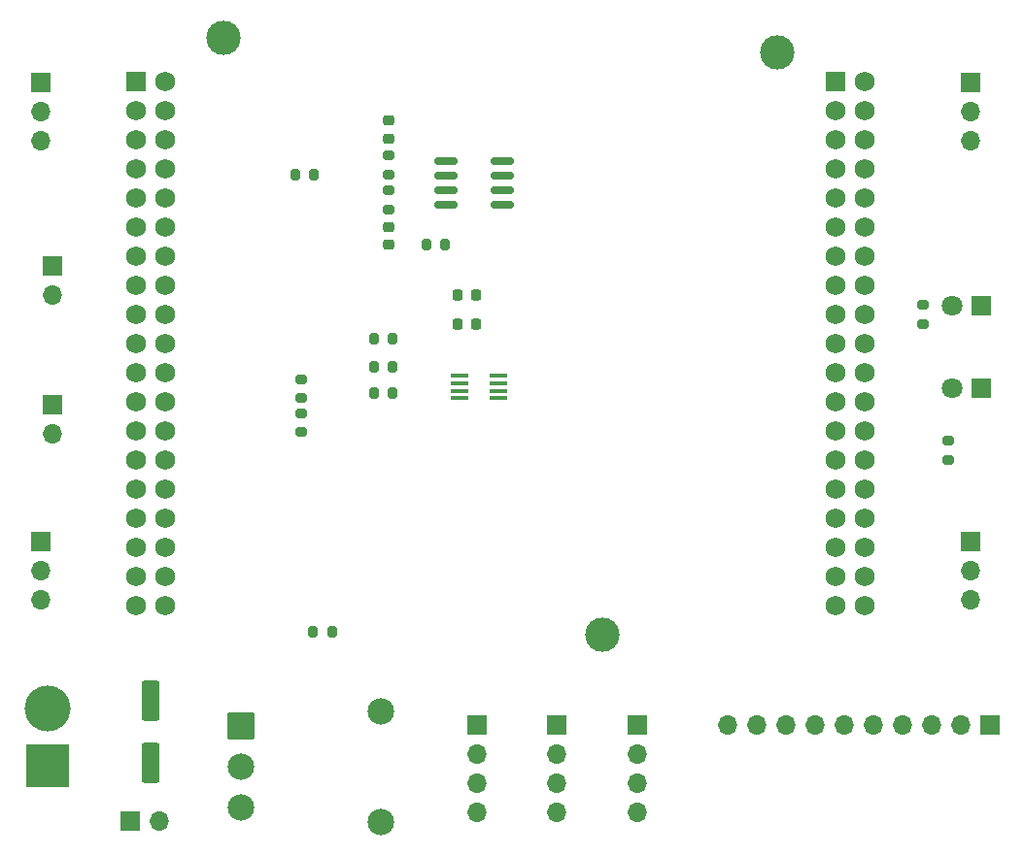
<source format=gbr>
%TF.GenerationSoftware,KiCad,Pcbnew,7.0.8*%
%TF.CreationDate,2023-10-27T12:44:36+09:00*%
%TF.ProjectId,doggedness_schemetic,646f6767-6564-46e6-9573-735f73636865,rev?*%
%TF.SameCoordinates,Original*%
%TF.FileFunction,Soldermask,Top*%
%TF.FilePolarity,Negative*%
%FSLAX46Y46*%
G04 Gerber Fmt 4.6, Leading zero omitted, Abs format (unit mm)*
G04 Created by KiCad (PCBNEW 7.0.8) date 2023-10-27 12:44:36*
%MOMM*%
%LPD*%
G01*
G04 APERTURE LIST*
G04 Aperture macros list*
%AMRoundRect*
0 Rectangle with rounded corners*
0 $1 Rounding radius*
0 $2 $3 $4 $5 $6 $7 $8 $9 X,Y pos of 4 corners*
0 Add a 4 corners polygon primitive as box body*
4,1,4,$2,$3,$4,$5,$6,$7,$8,$9,$2,$3,0*
0 Add four circle primitives for the rounded corners*
1,1,$1+$1,$2,$3*
1,1,$1+$1,$4,$5*
1,1,$1+$1,$6,$7*
1,1,$1+$1,$8,$9*
0 Add four rect primitives between the rounded corners*
20,1,$1+$1,$2,$3,$4,$5,0*
20,1,$1+$1,$4,$5,$6,$7,0*
20,1,$1+$1,$6,$7,$8,$9,0*
20,1,$1+$1,$8,$9,$2,$3,0*%
G04 Aperture macros list end*
%ADD10RoundRect,0.225000X0.250000X-0.225000X0.250000X0.225000X-0.250000X0.225000X-0.250000X-0.225000X0*%
%ADD11RoundRect,0.225000X-0.225000X-0.250000X0.225000X-0.250000X0.225000X0.250000X-0.225000X0.250000X0*%
%ADD12RoundRect,0.200000X-0.275000X0.200000X-0.275000X-0.200000X0.275000X-0.200000X0.275000X0.200000X0*%
%ADD13RoundRect,0.200000X0.275000X-0.200000X0.275000X0.200000X-0.275000X0.200000X-0.275000X-0.200000X0*%
%ADD14RoundRect,0.200000X-0.200000X-0.275000X0.200000X-0.275000X0.200000X0.275000X-0.200000X0.275000X0*%
%ADD15R,1.700000X1.700000*%
%ADD16O,1.700000X1.700000*%
%ADD17RoundRect,0.200000X0.200000X0.275000X-0.200000X0.275000X-0.200000X-0.275000X0.200000X-0.275000X0*%
%ADD18RoundRect,0.102000X-1.050000X-1.050000X1.050000X-1.050000X1.050000X1.050000X-1.050000X1.050000X0*%
%ADD19C,2.304000*%
%ADD20RoundRect,0.150000X0.825000X0.150000X-0.825000X0.150000X-0.825000X-0.150000X0.825000X-0.150000X0*%
%ADD21R,3.800000X3.800000*%
%ADD22C,4.000000*%
%ADD23R,1.800000X1.800000*%
%ADD24C,1.800000*%
%ADD25R,1.562100X0.355600*%
%ADD26RoundRect,0.225000X-0.250000X0.225000X-0.250000X-0.225000X0.250000X-0.225000X0.250000X0.225000X0*%
%ADD27C,3.000000*%
%ADD28RoundRect,0.102000X-0.765000X-0.765000X0.765000X-0.765000X0.765000X0.765000X-0.765000X0.765000X0*%
%ADD29C,1.734000*%
%ADD30RoundRect,0.250000X-0.550000X1.500000X-0.550000X-1.500000X0.550000X-1.500000X0.550000X1.500000X0*%
G04 APERTURE END LIST*
D10*
%TO.C,C4*%
X153289000Y-61875000D03*
X153289000Y-60325000D03*
%TD*%
D11*
%TO.C,C2*%
X159359000Y-75565000D03*
X160909000Y-75565000D03*
%TD*%
D12*
%TO.C,R11*%
X145669000Y-85852000D03*
X145669000Y-87502000D03*
%TD*%
D13*
%TO.C,R8*%
X153289000Y-65023000D03*
X153289000Y-63373000D03*
%TD*%
D14*
%TO.C,R2*%
X152020000Y-79308000D03*
X153670000Y-79308000D03*
%TD*%
D15*
%TO.C,J10*%
X175000000Y-113000000D03*
D16*
X175000000Y-115540000D03*
X175000000Y-118080000D03*
X175000000Y-120620000D03*
%TD*%
D12*
%TO.C,R5*%
X199898000Y-76391000D03*
X199898000Y-78041000D03*
%TD*%
D15*
%TO.C,J9*%
X168000000Y-113000000D03*
D16*
X168000000Y-115540000D03*
X168000000Y-118080000D03*
X168000000Y-120620000D03*
%TD*%
D15*
%TO.C,JP1*%
X124000000Y-73000000D03*
D16*
X124000000Y-75540000D03*
%TD*%
D15*
%TO.C,J5*%
X204000000Y-97000000D03*
D16*
X204000000Y-99540000D03*
X204000000Y-102080000D03*
%TD*%
D15*
%TO.C,J7*%
X124000000Y-85110000D03*
D16*
X124000000Y-87650000D03*
%TD*%
D17*
%TO.C,R10*%
X158242000Y-71120000D03*
X156592000Y-71120000D03*
%TD*%
D18*
%TO.C,VR1*%
X140464000Y-113154000D03*
D19*
X140464000Y-116714000D03*
X140464000Y-120274000D03*
X152654000Y-121539000D03*
X152654000Y-111889000D03*
%TD*%
D15*
%TO.C,J2*%
X123000000Y-57000000D03*
D16*
X123000000Y-59540000D03*
X123000000Y-62080000D03*
%TD*%
D15*
%TO.C,J4*%
X123000000Y-97000000D03*
D16*
X123000000Y-99540000D03*
X123000000Y-102080000D03*
%TD*%
D15*
%TO.C,J3*%
X204000000Y-57000000D03*
D16*
X204000000Y-59540000D03*
X204000000Y-62080000D03*
%TD*%
D20*
%TO.C,U3*%
X163257000Y-67691000D03*
X163257000Y-66421000D03*
X163257000Y-65151000D03*
X163257000Y-63881000D03*
X158307000Y-63881000D03*
X158307000Y-65151000D03*
X158307000Y-66421000D03*
X158307000Y-67691000D03*
%TD*%
D15*
%TO.C,J11*%
X130830000Y-121412000D03*
D16*
X133370000Y-121412000D03*
%TD*%
D21*
%TO.C,J1*%
X123571000Y-116586000D03*
D22*
X123571000Y-111586000D03*
%TD*%
D12*
%TO.C,R9*%
X153289000Y-66422000D03*
X153289000Y-68072000D03*
%TD*%
D23*
%TO.C,D2*%
X205000000Y-83693000D03*
D24*
X202460000Y-83693000D03*
%TD*%
D25*
%TO.C,U2*%
X159467550Y-82591001D03*
X159467550Y-83240999D03*
X159467550Y-83891001D03*
X159467550Y-84540999D03*
X162858450Y-84540999D03*
X162858450Y-83891001D03*
X162858450Y-83240999D03*
X162858450Y-82591001D03*
%TD*%
D15*
%TO.C,J8*%
X161000000Y-113000000D03*
D16*
X161000000Y-115540000D03*
X161000000Y-118080000D03*
X161000000Y-120620000D03*
%TD*%
D26*
%TO.C,C5*%
X153289000Y-69570000D03*
X153289000Y-71120000D03*
%TD*%
D15*
%TO.C,J6*%
X205740000Y-113030000D03*
D16*
X203200000Y-113030000D03*
X200660000Y-113030000D03*
X198120000Y-113030000D03*
X195580000Y-113030000D03*
X193040000Y-113030000D03*
X190500000Y-113030000D03*
X187960000Y-113030000D03*
X185420000Y-113030000D03*
X182880000Y-113030000D03*
%TD*%
D27*
%TO.C,U1*%
X138938000Y-53086000D03*
X171958000Y-105156000D03*
X187198000Y-54356000D03*
D28*
X131318000Y-56896000D03*
D29*
X133858000Y-56896000D03*
X131318000Y-59436000D03*
X133858000Y-59436000D03*
X131318000Y-61976000D03*
X133858000Y-61976000D03*
X131318000Y-64516000D03*
X133858000Y-64516000D03*
X131318000Y-67056000D03*
X133858000Y-67056000D03*
X131318000Y-69596000D03*
X133858000Y-69596000D03*
X131318000Y-72136000D03*
X133858000Y-72136000D03*
X131318000Y-74676000D03*
X133858000Y-74676000D03*
X131318000Y-77216000D03*
X133858000Y-77216000D03*
X131318000Y-79756000D03*
X133858000Y-79756000D03*
X131318000Y-82296000D03*
X133858000Y-82296000D03*
X131318000Y-84836000D03*
X133858000Y-84836000D03*
X131318000Y-87376000D03*
X133858000Y-87376000D03*
X131318000Y-89916000D03*
X133858000Y-89916000D03*
X131318000Y-92456000D03*
X133858000Y-92456000D03*
X131318000Y-94996000D03*
X133858000Y-94996000D03*
X131318000Y-97536000D03*
X133858000Y-97536000D03*
X131318000Y-100076000D03*
X133858000Y-100076000D03*
X131318000Y-102616000D03*
X133858000Y-102616000D03*
D28*
X192278000Y-56896000D03*
D29*
X194818000Y-56896000D03*
X192278000Y-59436000D03*
X194818000Y-59436000D03*
X192278000Y-61976000D03*
X194818000Y-61976000D03*
X192278000Y-64516000D03*
X194818000Y-64516000D03*
X192278000Y-67056000D03*
X194818000Y-67056000D03*
X192278000Y-69596000D03*
X194818000Y-69596000D03*
X192278000Y-72136000D03*
X194818000Y-72136000D03*
X192278000Y-74676000D03*
X194818000Y-74676000D03*
X192278000Y-77216000D03*
X194818000Y-77216000D03*
X192278000Y-79756000D03*
X194818000Y-79756000D03*
X192278000Y-82296000D03*
X194818000Y-82296000D03*
X192278000Y-84836000D03*
X194818000Y-84836000D03*
X192278000Y-87376000D03*
X194818000Y-87376000D03*
X192278000Y-89916000D03*
X194818000Y-89916000D03*
X192278000Y-92456000D03*
X194818000Y-92456000D03*
X192278000Y-94996000D03*
X194818000Y-94996000D03*
X192278000Y-97536000D03*
X194818000Y-97536000D03*
X192278000Y-100076000D03*
X194818000Y-100076000D03*
X192278000Y-102616000D03*
X194818000Y-102616000D03*
%TD*%
D12*
%TO.C,R6*%
X202057000Y-88265000D03*
X202057000Y-89915000D03*
%TD*%
D23*
%TO.C,D1*%
X205000000Y-76454000D03*
D24*
X202460000Y-76454000D03*
%TD*%
D11*
%TO.C,C3*%
X159359000Y-78075000D03*
X160909000Y-78075000D03*
%TD*%
D30*
%TO.C,C1*%
X132588000Y-110932000D03*
X132588000Y-116332000D03*
%TD*%
D12*
%TO.C,R12*%
X145669000Y-82867000D03*
X145669000Y-84517000D03*
%TD*%
D14*
%TO.C,R4*%
X152020000Y-84074000D03*
X153670000Y-84074000D03*
%TD*%
%TO.C,R3*%
X152020000Y-81818000D03*
X153670000Y-81818000D03*
%TD*%
D17*
%TO.C,R1*%
X148399000Y-104902000D03*
X146749000Y-104902000D03*
%TD*%
D14*
%TO.C,R7*%
X145162000Y-65024000D03*
X146812000Y-65024000D03*
%TD*%
M02*

</source>
